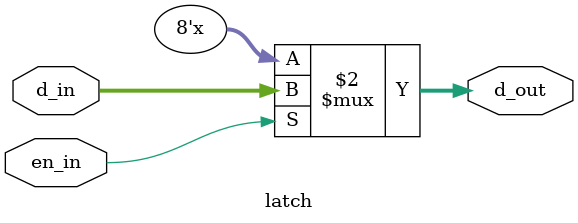
<source format=v>
`timescale 1ns / 1ps


module latch #(parameter n=8)(
    input [n-1:0]d_in,
    input en_in,
    output reg [n-1:0]d_out
    );
    //priority logic
    always@(*)
    begin                       // parallel logic
        if(en_in)               //case(en)
            d_out <= d_in;           //begin    
    end                                 //1'b1 : d_out <= d_in
endmodule                               //end
//Latch Using MUx
//assign d_out = (en) ? (d_in) : (d_out);
//When Output is given as input then, it will generate unintentional latch
</source>
